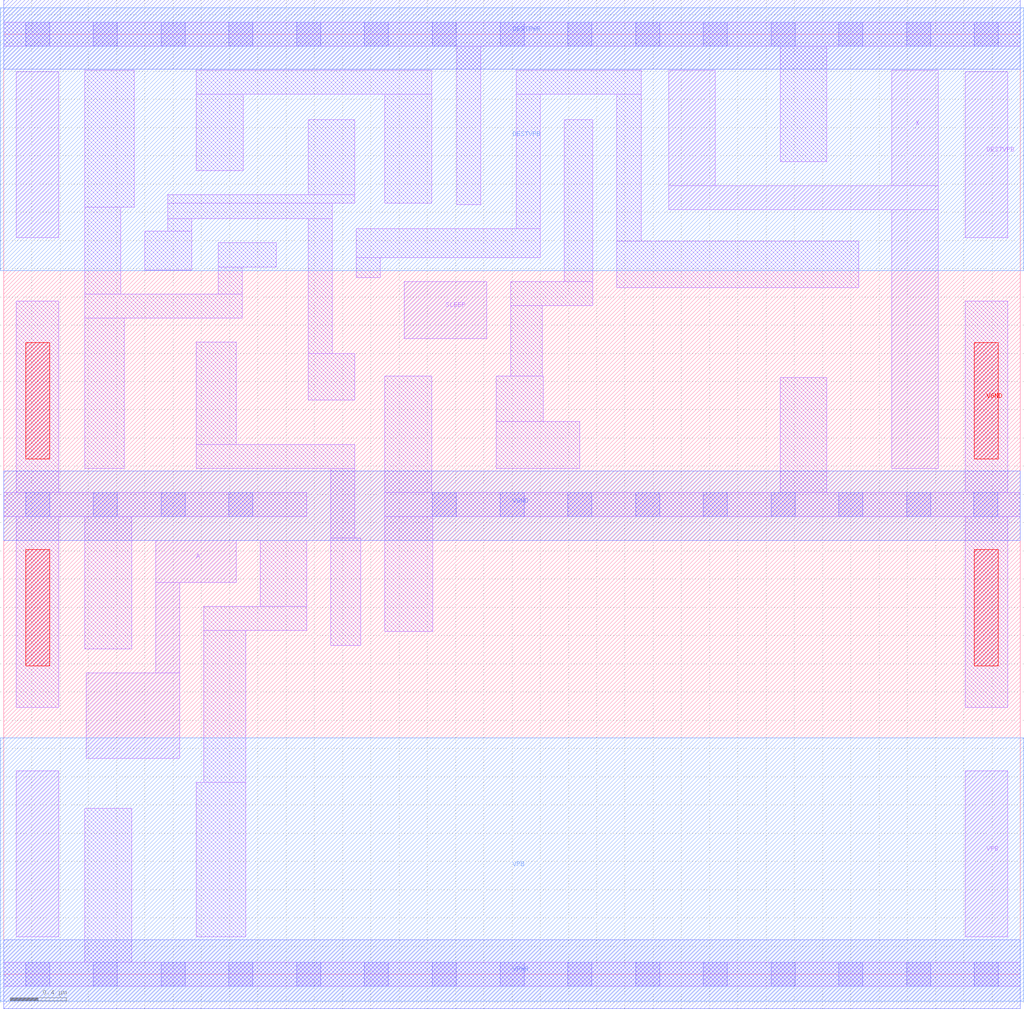
<source format=lef>
# Copyright 2020 The SkyWater PDK Authors
#
# Licensed under the Apache License, Version 2.0 (the "License");
# you may not use this file except in compliance with the License.
# You may obtain a copy of the License at
#
#     https://www.apache.org/licenses/LICENSE-2.0
#
# Unless required by applicable law or agreed to in writing, software
# distributed under the License is distributed on an "AS IS" BASIS,
# WITHOUT WARRANTIES OR CONDITIONS OF ANY KIND, either express or implied.
# See the License for the specific language governing permissions and
# limitations under the License.
#
# SPDX-License-Identifier: Apache-2.0

VERSION 5.7 ;
  NOWIREEXTENSIONATPIN ON ;
  DIVIDERCHAR "/" ;
  BUSBITCHARS "[]" ;
MACRO sky130_fd_sc_lp__lsbufiso1p_lp
  CLASS CORE ;
  FOREIGN sky130_fd_sc_lp__lsbufiso1p_lp ;
  ORIGIN  0.000000  0.000000 ;
  SIZE  7.200000 BY  6.660000 ;
  SYMMETRY X Y R90 ;
  SITE unit ;
  PIN A
    ANTENNAGATEAREA  0.678000 ;
    DIRECTION INPUT ;
    USE SIGNAL ;
    PORT
      LAYER li1 ;
        RECT 0.585000 1.530000 1.245000 2.135000 ;
        RECT 1.075000 2.135000 1.245000 2.775000 ;
        RECT 1.075000 2.775000 1.645000 3.075000 ;
    END
  END A
  PIN SLEEP
    ANTENNAGATEAREA  0.576000 ;
    DIRECTION INPUT ;
    USE SIGNAL ;
    PORT
      LAYER li1 ;
        RECT 2.835000 4.505000 3.420000 4.910000 ;
    END
  END SLEEP
  PIN X
    ANTENNADIFFAREA  0.772600 ;
    DIRECTION OUTPUT ;
    USE SIGNAL ;
    PORT
      LAYER li1 ;
        RECT 4.710000 5.420000 6.620000 5.590000 ;
        RECT 4.710000 5.590000 5.040000 6.405000 ;
        RECT 6.290000 3.585000 6.620000 5.420000 ;
        RECT 6.290000 5.590000 6.620000 6.405000 ;
    END
  END X
  PIN DESTPWR
    DIRECTION INOUT ;
    USE POWER ;
    PORT
      LAYER met1 ;
        RECT 0.000000 6.415000 7.200000 6.905000 ;
    END
  END DESTPWR
  PIN DESTVPB
    DIRECTION INOUT ;
    USE POWER ;
    PORT
      LAYER li1 ;
        RECT 0.090000 5.220000 0.390000 6.395000 ;
        RECT 6.810000 5.220000 7.110000 6.395000 ;
      LAYER nwell ;
        RECT -0.025000 4.985000 7.225000 6.850000 ;
    END
  END DESTVPB
  PIN VGND
    DIRECTION INOUT ;
    USE GROUND ;
    PORT
      LAYER met1 ;
        RECT 0.000000 3.075000 7.200000 3.565000 ;
      LAYER pwell ;
        RECT 0.155000 2.185000 0.325000 3.010000 ;
        RECT 0.155000 3.650000 0.325000 4.475000 ;
        RECT 6.875000 2.185000 7.045000 3.010000 ;
        RECT 6.875000 3.650000 7.045000 4.475000 ;
    END
  END VGND
  PIN VPB
    DIRECTION INOUT ;
    USE POWER ;
    PORT
      LAYER li1 ;
        RECT 0.090000 0.265000 0.390000 1.440000 ;
        RECT 6.810000 0.265000 7.110000 1.440000 ;
      LAYER nwell ;
        RECT -0.025000 -0.190000 7.225000 1.675000 ;
    END
  END VPB
  PIN VPWR
    DIRECTION INOUT ;
    USE POWER ;
    PORT
      LAYER met1 ;
        RECT 0.000000 -0.245000 7.200000 0.245000 ;
    END
  END VPWR
  OBS
    LAYER li1 ;
      RECT 0.000000 -0.085000 7.200000 0.085000 ;
      RECT 0.000000  3.245000 2.145000 3.415000 ;
      RECT 0.000000  6.575000 7.200000 6.745000 ;
      RECT 0.090000  1.890000 0.390000 3.245000 ;
      RECT 0.090000  3.415000 0.390000 4.770000 ;
      RECT 0.575000  0.085000 0.905000 1.175000 ;
      RECT 0.575000  2.305000 0.905000 3.245000 ;
      RECT 0.575000  3.585000 0.855000 4.650000 ;
      RECT 0.575000  4.650000 1.690000 4.820000 ;
      RECT 0.575000  4.820000 0.830000 5.435000 ;
      RECT 0.575000  5.435000 0.925000 6.405000 ;
      RECT 1.000000  4.990000 1.330000 5.265000 ;
      RECT 1.160000  5.265000 1.330000 5.355000 ;
      RECT 1.160000  5.355000 2.325000 5.465000 ;
      RECT 1.160000  5.465000 2.485000 5.525000 ;
      RECT 1.365000  0.265000 1.715000 1.360000 ;
      RECT 1.365000  3.585000 2.485000 3.755000 ;
      RECT 1.365000  3.755000 1.645000 4.480000 ;
      RECT 1.365000  5.695000 1.695000 6.235000 ;
      RECT 1.365000  6.235000 3.030000 6.405000 ;
      RECT 1.415000  1.360000 1.715000 2.435000 ;
      RECT 1.415000  2.435000 2.145000 2.605000 ;
      RECT 1.520000  4.820000 1.690000 5.010000 ;
      RECT 1.520000  5.010000 1.930000 5.185000 ;
      RECT 1.815000  2.605000 2.145000 3.075000 ;
      RECT 2.155000  4.070000 2.485000 4.400000 ;
      RECT 2.155000  4.400000 2.325000 5.355000 ;
      RECT 2.155000  5.525000 2.485000 6.055000 ;
      RECT 2.315000  2.330000 2.530000 3.090000 ;
      RECT 2.315000  3.090000 2.485000 3.585000 ;
      RECT 2.495000  4.935000 2.665000 5.080000 ;
      RECT 2.495000  5.080000 3.800000 5.285000 ;
      RECT 2.700000  2.430000 3.040000 3.245000 ;
      RECT 2.700000  3.245000 7.200000 3.415000 ;
      RECT 2.700000  3.415000 3.030000 4.240000 ;
      RECT 2.700000  5.465000 3.030000 6.235000 ;
      RECT 3.210000  5.455000 3.380000 6.575000 ;
      RECT 3.490000  3.585000 4.080000 3.915000 ;
      RECT 3.490000  3.915000 3.820000 4.240000 ;
      RECT 3.590000  4.240000 3.815000 4.740000 ;
      RECT 3.590000  4.740000 4.170000 4.910000 ;
      RECT 3.630000  5.285000 3.800000 6.235000 ;
      RECT 3.630000  6.235000 4.515000 6.405000 ;
      RECT 3.970000  4.910000 4.170000 6.055000 ;
      RECT 4.340000  4.865000 6.055000 5.195000 ;
      RECT 4.340000  5.195000 4.515000 6.235000 ;
      RECT 5.500000  3.415000 5.830000 4.230000 ;
      RECT 5.500000  5.760000 5.830000 6.575000 ;
      RECT 6.810000  1.890000 7.110000 3.245000 ;
      RECT 6.810000  3.415000 7.110000 4.770000 ;
    LAYER mcon ;
      RECT 0.155000 -0.085000 0.325000 0.085000 ;
      RECT 0.155000  3.245000 0.325000 3.415000 ;
      RECT 0.155000  6.575000 0.325000 6.745000 ;
      RECT 0.635000 -0.085000 0.805000 0.085000 ;
      RECT 0.635000  3.245000 0.805000 3.415000 ;
      RECT 0.635000  6.575000 0.805000 6.745000 ;
      RECT 1.115000 -0.085000 1.285000 0.085000 ;
      RECT 1.115000  3.245000 1.285000 3.415000 ;
      RECT 1.115000  6.575000 1.285000 6.745000 ;
      RECT 1.595000 -0.085000 1.765000 0.085000 ;
      RECT 1.595000  3.245000 1.765000 3.415000 ;
      RECT 1.595000  6.575000 1.765000 6.745000 ;
      RECT 2.075000 -0.085000 2.245000 0.085000 ;
      RECT 2.075000  6.575000 2.245000 6.745000 ;
      RECT 2.555000 -0.085000 2.725000 0.085000 ;
      RECT 2.555000  6.575000 2.725000 6.745000 ;
      RECT 3.035000 -0.085000 3.205000 0.085000 ;
      RECT 3.035000  3.245000 3.205000 3.415000 ;
      RECT 3.035000  6.575000 3.205000 6.745000 ;
      RECT 3.515000 -0.085000 3.685000 0.085000 ;
      RECT 3.515000  3.245000 3.685000 3.415000 ;
      RECT 3.515000  6.575000 3.685000 6.745000 ;
      RECT 3.995000 -0.085000 4.165000 0.085000 ;
      RECT 3.995000  3.245000 4.165000 3.415000 ;
      RECT 3.995000  6.575000 4.165000 6.745000 ;
      RECT 4.475000 -0.085000 4.645000 0.085000 ;
      RECT 4.475000  3.245000 4.645000 3.415000 ;
      RECT 4.475000  6.575000 4.645000 6.745000 ;
      RECT 4.955000 -0.085000 5.125000 0.085000 ;
      RECT 4.955000  3.245000 5.125000 3.415000 ;
      RECT 4.955000  6.575000 5.125000 6.745000 ;
      RECT 5.435000 -0.085000 5.605000 0.085000 ;
      RECT 5.435000  3.245000 5.605000 3.415000 ;
      RECT 5.435000  6.575000 5.605000 6.745000 ;
      RECT 5.915000 -0.085000 6.085000 0.085000 ;
      RECT 5.915000  3.245000 6.085000 3.415000 ;
      RECT 5.915000  6.575000 6.085000 6.745000 ;
      RECT 6.395000 -0.085000 6.565000 0.085000 ;
      RECT 6.395000  3.245000 6.565000 3.415000 ;
      RECT 6.395000  6.575000 6.565000 6.745000 ;
      RECT 6.870000  3.245000 7.040000 3.415000 ;
      RECT 6.875000 -0.085000 7.045000 0.085000 ;
      RECT 6.875000  6.575000 7.045000 6.745000 ;
  END
END sky130_fd_sc_lp__lsbufiso1p_lp
END LIBRARY

</source>
